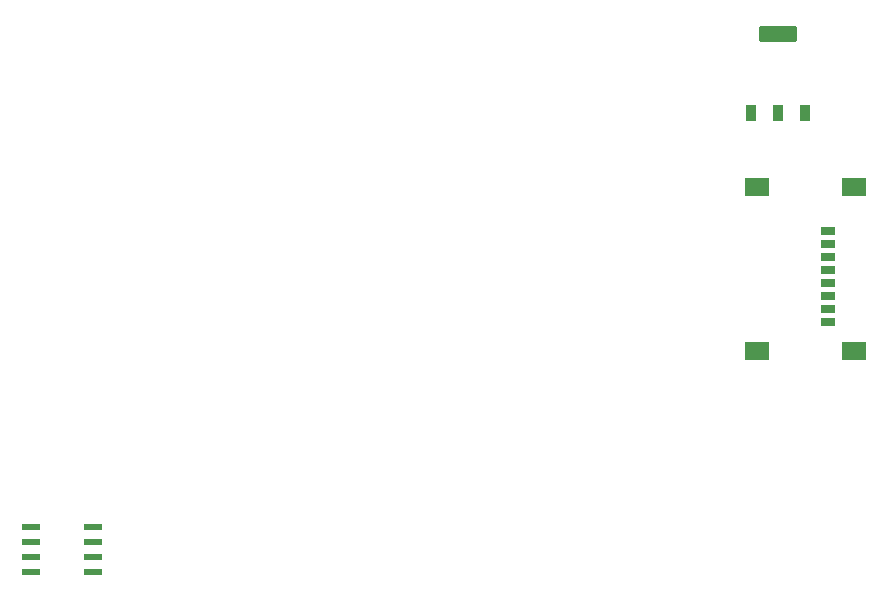
<source format=gtp>
G04*
G04 #@! TF.GenerationSoftware,Altium Limited,Altium Designer,22.1.2 (22)*
G04*
G04 Layer_Color=8421504*
%FSLAX43Y43*%
%MOMM*%
G71*
G04*
G04 #@! TF.SameCoordinates,3CF973F3-9CBB-499E-A860-84B5D62188FF*
G04*
G04*
G04 #@! TF.FilePolarity,Positive*
G04*
G01*
G75*
G04:AMPARAMS|DCode=17|XSize=0.93mm|YSize=1.31mm|CornerRadius=0.07mm|HoleSize=0mm|Usage=FLASHONLY|Rotation=0.000|XOffset=0mm|YOffset=0mm|HoleType=Round|Shape=RoundedRectangle|*
%AMROUNDEDRECTD17*
21,1,0.930,1.171,0,0,0.0*
21,1,0.791,1.310,0,0,0.0*
1,1,0.140,0.395,-0.585*
1,1,0.140,-0.395,-0.585*
1,1,0.140,-0.395,0.585*
1,1,0.140,0.395,0.585*
%
%ADD17ROUNDEDRECTD17*%
G04:AMPARAMS|DCode=18|XSize=3.24mm|YSize=1.31mm|CornerRadius=0.098mm|HoleSize=0mm|Usage=FLASHONLY|Rotation=0.000|XOffset=0mm|YOffset=0mm|HoleType=Round|Shape=RoundedRectangle|*
%AMROUNDEDRECTD18*
21,1,3.240,1.114,0,0,0.0*
21,1,3.044,1.310,0,0,0.0*
1,1,0.197,1.522,-0.557*
1,1,0.197,-1.522,-0.557*
1,1,0.197,-1.522,0.557*
1,1,0.197,1.522,0.557*
%
%ADD18ROUNDEDRECTD18*%
%ADD19R,1.200X0.800*%
%ADD20R,2.000X1.500*%
G04:AMPARAMS|DCode=21|XSize=1.58mm|YSize=0.589mm|CornerRadius=0.118mm|HoleSize=0mm|Usage=FLASHONLY|Rotation=180.000|XOffset=0mm|YOffset=0mm|HoleType=Round|Shape=RoundedRectangle|*
%AMROUNDEDRECTD21*
21,1,1.580,0.353,0,0,180.0*
21,1,1.344,0.589,0,0,180.0*
1,1,0.236,-0.672,0.177*
1,1,0.236,0.672,0.177*
1,1,0.236,0.672,-0.177*
1,1,0.236,-0.672,-0.177*
%
%ADD21ROUNDEDRECTD21*%
D17*
X87903Y54153D02*
D03*
X90193D02*
D03*
X92483D02*
D03*
D18*
X90193Y60843D02*
D03*
D19*
X94469Y44170D02*
D03*
Y43070D02*
D03*
Y41970D02*
D03*
Y40870D02*
D03*
Y39770D02*
D03*
Y38670D02*
D03*
Y37570D02*
D03*
Y36470D02*
D03*
D20*
X96669Y34000D02*
D03*
X88469D02*
D03*
Y47890D02*
D03*
X96669D02*
D03*
D21*
X32196Y15291D02*
D03*
Y16561D02*
D03*
Y17831D02*
D03*
Y19101D02*
D03*
X26947D02*
D03*
Y17831D02*
D03*
Y16561D02*
D03*
Y15291D02*
D03*
M02*

</source>
